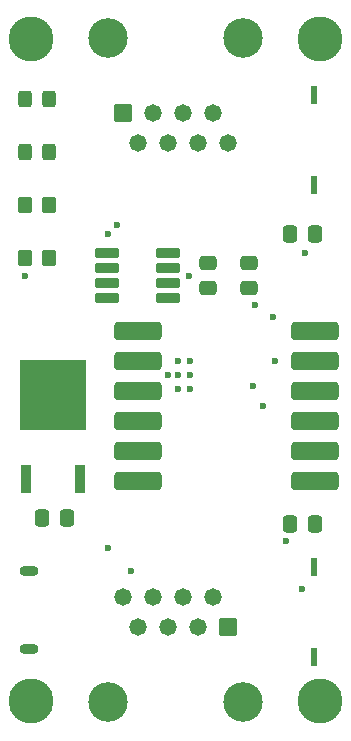
<source format=gbs>
%TF.GenerationSoftware,KiCad,Pcbnew,8.0.1-8.0.1-1~ubuntu22.04.1*%
%TF.CreationDate,2024-04-18T01:12:43-04:00*%
%TF.ProjectId,esp32_rover_devkit,65737033-325f-4726-9f76-65725f646576,rev?*%
%TF.SameCoordinates,Original*%
%TF.FileFunction,Soldermask,Bot*%
%TF.FilePolarity,Negative*%
%FSLAX46Y46*%
G04 Gerber Fmt 4.6, Leading zero omitted, Abs format (unit mm)*
G04 Created by KiCad (PCBNEW 8.0.1-8.0.1-1~ubuntu22.04.1) date 2024-04-18 01:12:43*
%MOMM*%
%LPD*%
G01*
G04 APERTURE LIST*
G04 Aperture macros list*
%AMRoundRect*
0 Rectangle with rounded corners*
0 $1 Rounding radius*
0 $2 $3 $4 $5 $6 $7 $8 $9 X,Y pos of 4 corners*
0 Add a 4 corners polygon primitive as box body*
4,1,4,$2,$3,$4,$5,$6,$7,$8,$9,$2,$3,0*
0 Add four circle primitives for the rounded corners*
1,1,$1+$1,$2,$3*
1,1,$1+$1,$4,$5*
1,1,$1+$1,$6,$7*
1,1,$1+$1,$8,$9*
0 Add four rect primitives between the rounded corners*
20,1,$1+$1,$2,$3,$4,$5,0*
20,1,$1+$1,$4,$5,$6,$7,0*
20,1,$1+$1,$6,$7,$8,$9,0*
20,1,$1+$1,$8,$9,$2,$3,0*%
G04 Aperture macros list end*
%ADD10RoundRect,0.225000X1.775000X0.525000X-1.775000X0.525000X-1.775000X-0.525000X1.775000X-0.525000X0*%
%ADD11C,2.600000*%
%ADD12C,3.800000*%
%ADD13O,1.600000X0.900000*%
%ADD14R,0.939800X2.489200*%
%ADD15R,5.562600X5.918200*%
%ADD16RoundRect,0.250000X0.475000X-0.337500X0.475000X0.337500X-0.475000X0.337500X-0.475000X-0.337500X0*%
%ADD17RoundRect,0.250000X-0.325000X-0.450000X0.325000X-0.450000X0.325000X0.450000X-0.325000X0.450000X0*%
%ADD18R,0.609600X1.511300*%
%ADD19RoundRect,0.250000X-0.337500X-0.475000X0.337500X-0.475000X0.337500X0.475000X-0.337500X0.475000X0*%
%ADD20RoundRect,0.055580X0.921420X0.341420X-0.921420X0.341420X-0.921420X-0.341420X0.921420X-0.341420X0*%
%ADD21RoundRect,0.250000X-0.350000X-0.450000X0.350000X-0.450000X0.350000X0.450000X-0.350000X0.450000X0*%
%ADD22RoundRect,0.250000X0.350000X0.450000X-0.350000X0.450000X-0.350000X-0.450000X0.350000X-0.450000X0*%
%ADD23C,3.350000*%
%ADD24RoundRect,0.102000X0.634000X0.634000X-0.634000X0.634000X-0.634000X-0.634000X0.634000X-0.634000X0*%
%ADD25C,1.472000*%
%ADD26RoundRect,0.102000X-0.634000X-0.634000X0.634000X-0.634000X0.634000X0.634000X-0.634000X0.634000X0*%
%ADD27C,0.600000*%
G04 APERTURE END LIST*
D10*
%TO.C,U4*%
X45600000Y-47700000D03*
X45600000Y-50240000D03*
X45600000Y-52780000D03*
X45600000Y-55320000D03*
X45600000Y-57860000D03*
X45600000Y-60400000D03*
X30600000Y-47700000D03*
X30600000Y-50240000D03*
X30600000Y-52780000D03*
X30600000Y-55320000D03*
X30600000Y-57860000D03*
X30600000Y-60400000D03*
%TD*%
D11*
%TO.C,H2*%
X46000000Y-23000000D03*
D12*
X46000000Y-23000000D03*
%TD*%
D11*
%TO.C,H4*%
X46000000Y-79000000D03*
D12*
X46000000Y-79000000D03*
%TD*%
D11*
%TO.C,H3*%
X21500000Y-79000000D03*
D12*
X21500000Y-79000000D03*
%TD*%
D11*
%TO.C,H1*%
X21500000Y-23000000D03*
D12*
X21500000Y-23000000D03*
%TD*%
D13*
%TO.C,J1*%
X21325000Y-68000000D03*
X21325000Y-74600000D03*
%TD*%
D14*
%TO.C,U2*%
X25686000Y-60194200D03*
D15*
X23400000Y-53120300D03*
D14*
X21114000Y-60194200D03*
%TD*%
D16*
%TO.C,C7*%
X40000000Y-44037500D03*
X40000000Y-41962500D03*
%TD*%
D17*
%TO.C,D2*%
X20975000Y-28000000D03*
X23025000Y-28000000D03*
%TD*%
D18*
%TO.C,SW1*%
X45500000Y-75303650D03*
X45500000Y-67696350D03*
%TD*%
D17*
%TO.C,D1*%
X20975000Y-32500000D03*
X23025000Y-32500000D03*
%TD*%
D19*
%TO.C,C4*%
X43462500Y-64000000D03*
X45537500Y-64000000D03*
%TD*%
%TO.C,C6*%
X22462500Y-63500000D03*
X24537500Y-63500000D03*
%TD*%
%TO.C,C5*%
X43462500Y-39500000D03*
X45537500Y-39500000D03*
%TD*%
D18*
%TO.C,SW2*%
X45500000Y-27696350D03*
X45500000Y-35303650D03*
%TD*%
D20*
%TO.C,U3*%
X33085000Y-41095000D03*
X33085000Y-42365000D03*
X33085000Y-43635000D03*
X33085000Y-44905000D03*
X27915000Y-44905000D03*
X27915000Y-43635000D03*
X27915000Y-42365000D03*
X27915000Y-41095000D03*
%TD*%
D16*
%TO.C,C8*%
X36500000Y-44037500D03*
X36500000Y-41962500D03*
%TD*%
D21*
%TO.C,R3*%
X21000000Y-37000000D03*
X23000000Y-37000000D03*
%TD*%
D22*
%TO.C,R2*%
X23000000Y-41500000D03*
X21000000Y-41500000D03*
%TD*%
D23*
%TO.C,J3*%
X39500000Y-79120000D03*
X28068000Y-79120000D03*
D24*
X38229000Y-72770000D03*
D25*
X36959000Y-70230000D03*
X35689000Y-72770000D03*
X34419000Y-70230000D03*
X33149000Y-72770000D03*
X31879000Y-70230000D03*
X30609000Y-72770000D03*
X29339000Y-70230000D03*
%TD*%
D23*
%TO.C,J2*%
X28068000Y-22880000D03*
X39500000Y-22880000D03*
D26*
X29339000Y-29230000D03*
D25*
X30609000Y-31770000D03*
X31879000Y-29230000D03*
X33149000Y-31770000D03*
X34419000Y-29230000D03*
X35689000Y-31770000D03*
X36959000Y-29230000D03*
X38229000Y-31770000D03*
%TD*%
D27*
X34000000Y-52600000D03*
X35000000Y-52600000D03*
X34000000Y-51400000D03*
X33100000Y-51400000D03*
X35000000Y-51400000D03*
X34000000Y-50200000D03*
X35000000Y-50200000D03*
X28800000Y-38700000D03*
X40300000Y-52300000D03*
X41200000Y-54000000D03*
X42200000Y-50240000D03*
X21300000Y-55500000D03*
X25300000Y-55500000D03*
X22300000Y-55500000D03*
X23300000Y-55500000D03*
X24300000Y-55500000D03*
X21300000Y-54600000D03*
X25300000Y-54600000D03*
X22300000Y-54600000D03*
X23300000Y-54600000D03*
X24300000Y-54600000D03*
X21300000Y-53600000D03*
X25300000Y-53600000D03*
X22300000Y-53600000D03*
X23300000Y-53600000D03*
X24300000Y-53600000D03*
X21300000Y-52600000D03*
X25300000Y-52600000D03*
X22300000Y-52600000D03*
X23300000Y-52600000D03*
X24300000Y-52600000D03*
X21300000Y-51600000D03*
X25300000Y-51600000D03*
X22300000Y-51600000D03*
X23300000Y-51600000D03*
X24300000Y-51600000D03*
X25300000Y-50700000D03*
X24300000Y-50700000D03*
X23300000Y-50700000D03*
X22300000Y-50700000D03*
X21300000Y-50700000D03*
X28037500Y-66037500D03*
X34861805Y-43006449D03*
X43122102Y-65429103D03*
X21000000Y-43000000D03*
X44500000Y-69500000D03*
X30000000Y-68000000D03*
X44700000Y-41100000D03*
X28000000Y-39500000D03*
X40500000Y-45500000D03*
X42000000Y-46500000D03*
M02*

</source>
